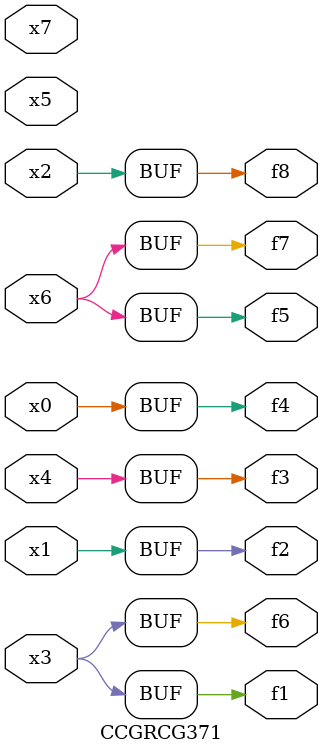
<source format=v>
module CCGRCG371(
	input x0, x1, x2, x3, x4, x5, x6, x7,
	output f1, f2, f3, f4, f5, f6, f7, f8
);
	assign f1 = x3;
	assign f2 = x1;
	assign f3 = x4;
	assign f4 = x0;
	assign f5 = x6;
	assign f6 = x3;
	assign f7 = x6;
	assign f8 = x2;
endmodule

</source>
